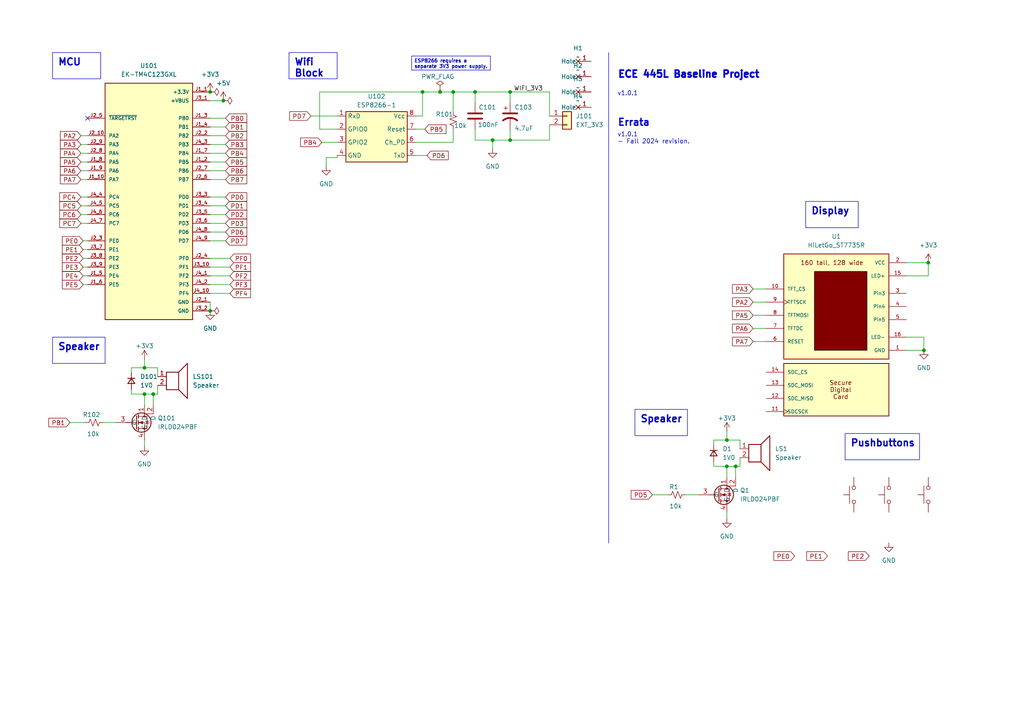
<source format=kicad_sch>
(kicad_sch (version 20231120) (generator "eeschema") (generator_version "8.0")
  (paper "A4")
  (title_block (title "ECE 445L Baseline Project") (date "2024-08-07") (rev "v1.0.1") (company "The University of Texas at Austin"))
  (lib_symbols
    (symbol "Connector_Generic:Conn_01x02" (pin_names (offset 1.016) hide)
      (property "Reference" "J" (at 0 2.54 0))
      (property "Value" "Conn_01x02" (at 0 -5.08 0))
      (symbol "Conn_01x02_1_1"
        (rectangle (start -1.27 -2.413) (end 0 -2.667) (stroke (width 0.1524)))
        (rectangle (start -1.27 0.127) (end 0 -0.127) (stroke (width 0.1524)))
        (rectangle (start -1.27 1.27) (end 1.27 -3.81) (stroke (width 0.254)) (fill (type background)))
        (pin passive line (at -5.08 0 0) (length 3.81) (name "Pin_1") (number "1"))
        (pin passive line (at -5.08 -2.54 0) (length 3.81) (name "Pin_2") (number "2"))
      )
    )
    (symbol "Device:D_Small" (pin_numbers hide) (pin_names (offset 0.254) hide)
      (property "Reference" "D" (at -1.27 2.032 0))
      (property "Value" "D_Small" (at -3.81 -2.032 0))
      (symbol "D_Small_0_1"
        (polyline (pts (xy -0.762 -1.016) (xy -0.762 1.016)) (stroke (width 0.254)))
        (polyline (pts (xy -0.762 0) (xy 0.762 0)))
        (polyline (pts (xy 0.762 -1.016) (xy -0.762 0) (xy 0.762 1.016) (xy 0.762 -1.016)) (stroke (width 0.254)))
      )
      (symbol "D_Small_1_1"
        (pin passive line (at -2.54 0 0) (length 1.778) (name "K") (number "1"))
        (pin passive line (at 2.54 0 180) (length 1.778) (name "A") (number "2"))
      )
    )
    (symbol "Device:Speaker" (pin_names (offset 0) hide)
      (property "Reference" "LS" (at 1.27 5.715 0))
      (property "Value" "Speaker" (at 1.27 3.81 0))
      (symbol "Speaker_0_0"
        (rectangle (start -2.54 1.27) (end 1.016 -3.81) (stroke (width 0.254)))
        (polyline (pts (xy 1.016 1.27) (xy 3.556 3.81) (xy 3.556 -6.35) (xy 1.016 -3.81)) (stroke (width 0.254)))
      )
      (symbol "Speaker_1_1"
        (pin input line (at -5.08 0 0) (length 2.54) (name "1") (number "1"))
        (pin input line (at -5.08 -2.54 0) (length 2.54) (name "2") (number "2"))
      )
    )
    (symbol "ECE445L:C" (pin_numbers hide) (pin_names (offset 0.254))
      (property "Reference" "C" (at 0.635 2.54 0))
      (property "Value" "C" (at 0.635 -2.54 0))
      (symbol "C_0_1"
        (polyline (pts (xy -2.032 -0.762) (xy 2.032 -0.762)) (stroke (width 0.508)))
        (polyline (pts (xy -2.032 0.762) (xy 2.032 0.762)) (stroke (width 0.508)))
      )
      (symbol "C_1_1"
        (pin passive line (at 0 3.81 270) (length 2.794) (name "~") (number "1"))
        (pin passive line (at 0 -3.81 90) (length 2.794) (name "~") (number "2"))
      )
    )
    (symbol "ECE445L:C_Polarized" (pin_numbers hide) (pin_names (offset 0.254) hide)
      (property "Reference" "C" (at 0.635 2.54 0))
      (property "Value" "C_Polarized" (at 0.635 -2.54 0))
      (symbol "C_Polarized_0_1"
        (polyline (pts (xy -2.032 0.762) (xy 2.032 0.762)) (stroke (width 0.508)))
        (polyline (pts (xy -1.778 2.286) (xy -0.762 2.286)))
        (polyline (pts (xy -1.27 1.778) (xy -1.27 2.794)))
        (arc (start 2.032 -1.27) (mid 0 -0.5572) (end -2.032 -1.27) (stroke (width 0.508)))
      )
      (symbol "C_Polarized_1_1"
        (pin passive line (at 0 3.81 270) (length 2.794) (name "~") (number "1"))
        (pin passive line (at 0 -3.81 90) (length 3.302) (name "~") (number "2"))
      )
    )
    (symbol "ECE445L:EK-TM4C123GXL" (pin_names (offset 1.016))
      (property "Reference" "U?" (at -12.7367 34.3099 0))
      (property "Value" "EK-TM4C123GXL" (at -12.7129 -38.1075 0))
      (symbol "EK-TM4C123GXL_0_0"
        (rectangle (start -12.7 -35.56) (end 12.7 33.02) (stroke (width 0.254)) (fill (type background)))
        (pin power_in line (at 17.78 30.48 180) (length 5.08) (name "+3.3V") (number "J1_1"))
        (pin bidirectional line (at -17.78 5.08 0) (length 5.08) (name "PA7") (number "J1_10"))
        (pin bidirectional line (at 17.78 22.86 180) (length 5.08) (name "PB0") (number "J1_3"))
        (pin bidirectional line (at 17.78 20.32 180) (length 5.08) (name "PB1") (number "J1_4"))
        (pin bidirectional line (at -17.78 -22.86 0) (length 5.08) (name "PE4") (number "J1_5"))
        (pin bidirectional line (at -17.78 -25.4 0) (length 5.08) (name "PE5") (number "J1_6"))
        (pin bidirectional line (at 17.78 12.7 180) (length 5.08) (name "PB4") (number "J1_7"))
        (pin bidirectional line (at -17.78 10.16 0) (length 5.08) (name "PA5") (number "J1_8"))
        (pin bidirectional line (at -17.78 7.62 0) (length 5.08) (name "PA6") (number "J1_9"))
        (pin power_in line (at 17.78 -30.48 180) (length 5.08) (name "GND") (number "J2_1"))
        (pin bidirectional line (at -17.78 17.78 0) (length 5.08) (name "PA2") (number "J2_10"))
        (pin bidirectional line (at 17.78 17.78 180) (length 5.08) (name "PB2") (number "J2_2"))
        (pin bidirectional line (at -17.78 -12.7 0) (length 5.08) (name "PE0") (number "J2_3"))
        (pin bidirectional line (at 17.78 -17.78 180) (length 5.08) (name "PF0") (number "J2_4"))
        (pin input line (at -17.78 22.86 0) (length 5.08) (name "~{TARGETRST}") (number "J2_5"))
        (pin bidirectional line (at 17.78 5.08 180) (length 5.08) (name "PB7") (number "J2_6"))
        (pin bidirectional line (at 17.78 7.62 180) (length 5.08) (name "PB6") (number "J2_7"))
        (pin bidirectional line (at -17.78 12.7 0) (length 5.08) (name "PA4") (number "J2_8"))
        (pin bidirectional line (at -17.78 15.24 0) (length 5.08) (name "PA3") (number "J2_9"))
        (pin power_in line (at 17.78 27.94 180) (length 5.08) (name "+VBUS") (number "J3_1"))
        (pin bidirectional line (at 17.78 -20.32 180) (length 5.08) (name "PF1") (number "J3_10"))
        (pin power_in line (at 17.78 -33.02 180) (length 5.08) (name "GND") (number "J3_2"))
        (pin bidirectional line (at 17.78 0 180) (length 5.08) (name "PD0") (number "J3_3"))
        (pin bidirectional line (at 17.78 -2.54 180) (length 5.08) (name "PD1") (number "J3_4"))
        (pin bidirectional line (at 17.78 -5.08 180) (length 5.08) (name "PD2") (number "J3_5"))
        (pin bidirectional line (at 17.78 -7.62 180) (length 5.08) (name "PD3") (number "J3_6"))
        (pin bidirectional line (at -17.78 -15.24 0) (length 5.08) (name "PE1") (number "J3_7"))
        (pin bidirectional line (at -17.78 -17.78 0) (length 5.08) (name "PE2") (number "J3_8"))
        (pin bidirectional line (at -17.78 -20.32 0) (length 5.08) (name "PE3") (number "J3_9"))
        (pin bidirectional line (at 17.78 -22.86 180) (length 5.08) (name "PF2") (number "J4_1"))
        (pin bidirectional line (at 17.78 -27.94 180) (length 5.08) (name "PF4") (number "J4_10"))
        (pin bidirectional line (at 17.78 -25.4 180) (length 5.08) (name "PF3") (number "J4_2"))
        (pin bidirectional line (at 17.78 15.24 180) (length 5.08) (name "PB3") (number "J4_3"))
        (pin bidirectional line (at -17.78 0 0) (length 5.08) (name "PC4") (number "J4_4"))
        (pin bidirectional line (at -17.78 -2.54 0) (length 5.08) (name "PC5") (number "J4_5"))
        (pin bidirectional line (at -17.78 -5.08 0) (length 5.08) (name "PC6") (number "J4_6"))
        (pin bidirectional line (at -17.78 -7.62 0) (length 5.08) (name "PC7") (number "J4_7"))
        (pin bidirectional line (at 17.78 -10.16 180) (length 5.08) (name "PD6") (number "J4_8"))
        (pin bidirectional line (at 17.78 -12.7 180) (length 5.08) (name "PD7") (number "J4_9"))
      )
      (symbol "EK-TM4C123GXL_1_0"
        (pin bidirectional line (at 17.78 10.16 180) (length 5.08) (name "PB5") (number "J1_2"))
      )
    )
    (symbol "ECE445L:ESP8266-1"
      (property "Reference" "U" (at 0 0 0))
      (property "Value" "ESP8266-1" (at 0 8.255 0))
      (symbol "ESP8266-1_1_1"
        (rectangle (start -8.255 6.985) (end 9.525 -7.62) (stroke (width 0.254)) (fill (type background)))
        (pin passive line (at -10.795 5.715 0) (length 2.54) (name "RxD") (number "1"))
        (pin passive line (at -10.795 1.905 0) (length 2.54) (name "GPIO0") (number "2"))
        (pin passive line (at -10.795 -1.905 0) (length 2.54) (name "GPIO2") (number "3"))
        (pin passive line (at -10.795 -5.715 0) (length 2.54) (name "GND") (number "4"))
        (pin passive line (at 12.065 -5.715 180) (length 2.54) (name "TxD") (number "5"))
        (pin passive line (at 12.065 -1.905 180) (length 2.54) (name "Ch_PD") (number "6"))
        (pin passive line (at 12.065 1.905 180) (length 2.54) (name "Reset") (number "7"))
        (pin passive line (at 12.065 5.715 180) (length 2.54) (name "Vcc") (number "8"))
      )
    )
    (symbol "ECE445L:HiLetGo_ST7735R" (pin_names (offset 1.016))
      (property "Reference" "U?" (at -15.24 16.002 0))
      (property "Value" "HiLetGo_ST7735R" (at -11.43 -34.29 0))
      (symbol "HiLetGo_ST7735R_0_0"
        (rectangle (start -15.24 -16.51) (end 15.24 -31.75) (stroke (width 0.254)) (fill (type background)))
        (rectangle (start -15.24 15.24) (end 15.24 -15.24) (stroke (width 0.254)) (fill (type background)))
      )
      (symbol "HiLetGo_ST7735R_1_0"
        (pin power_in line (at 20.32 -12.7 180) (length 5.08) (name "GND") (number "1"))
        (pin input line (at -20.32 5.08 0) (length 5.08) (name "TFT_CS") (number "10"))
        (pin input clock (at -20.32 -30.48 0) (length 5.08) (name "SDCSCK") (number "11"))
        (pin output line (at -20.32 -26.67 0) (length 5.08) (name "SDC_MISO") (number "12"))
        (pin input line (at -20.32 -22.86 0) (length 5.08) (name "SDC_MOSI") (number "13"))
        (pin input line (at -20.32 -19.05 0) (length 5.08) (name "SDC_CS") (number "14"))
        (pin power_in line (at 20.32 8.89 180) (length 5.08) (name "LED+") (number "15"))
        (pin power_in line (at 20.32 -8.89 180) (length 5.08) (name "LED-") (number "16"))
        (pin power_in line (at 20.32 12.7 180) (length 5.08) (name "VCC") (number "2"))
        (pin free line (at 20.32 3.81 180) (length 5.08) (name "Pin3") (number "3"))
        (pin free line (at 20.32 0 180) (length 5.08) (name "Pin4") (number "4"))
        (pin free line (at 20.32 -3.81 180) (length 5.08) (name "Pin5") (number "5"))
        (pin input line (at -20.32 -10.16 0) (length 5.08) (name "RESET") (number "6"))
        (pin input line (at -20.32 -6.35 0) (length 5.08) (name "TFTDC") (number "7"))
        (pin input line (at -20.32 -2.54 0) (length 5.08) (name "TFTMOSI") (number "8"))
        (pin input clock (at -20.32 1.27 0) (length 5.08) (name "TFTSCK") (number "9"))
      )
      (symbol "HiLetGo_ST7735R_1_1"
        (rectangle (start -6.35 10.16) (end 8.89 -12.7) (stroke (width 0) (color 0 0 0 1)) (fill (type color) (color 132 0 0 1)))
        (text "160 tall, 128 wide" (at -1.27 12.7 0) (effects (font (size 1.27 1.27))))
        (text "Secure\nDigital\nCard" (at 1.27 -24.13 0) (effects (font (size 1.27 1.27))))
      )
    )
    (symbol "ECE445L:IRLD024PBF"
      (property "Reference" "Q" (at 6.35 5.715 0))
      (property "Value" "IRLD024PBF" (at 16.51 -1.905 0))
      (symbol "IRLD024PBF_0_1"
        (polyline (pts (xy 11.43 0.635) (xy 8.636 0.635)))
        (polyline (pts (xy 11.684 2.54) (xy 11.684 -1.27)) (stroke (width 0.254)))
        (polyline (pts (xy 12.192 -0.635) (xy 12.192 -1.651)) (stroke (width 0.254)))
        (polyline (pts (xy 12.192 1.143) (xy 12.192 0.127)) (stroke (width 0.254)))
        (polyline (pts (xy 12.192 2.921) (xy 12.192 1.905)) (stroke (width 0.254)))
        (polyline (pts (xy 13.97 3.175) (xy 13.97 2.413)))
        (polyline (pts (xy 16.51 3.175) (xy 13.97 3.175)))
        (polyline (pts (xy 13.97 -1.905) (xy 13.97 0.635) (xy 12.192 0.635)))
        (polyline (pts (xy 12.192 -1.143) (xy 14.732 -1.143) (xy 14.732 2.413) (xy 12.192 2.413)))
        (polyline (pts (xy 12.446 0.635) (xy 13.462 1.016) (xy 13.462 0.254) (xy 12.446 0.635)) (fill (type outline)))
        (polyline (pts (xy 14.224 1.143) (xy 14.351 1.016) (xy 15.113 1.016) (xy 15.24 0.889)))
        (polyline (pts (xy 14.732 1.016) (xy 14.351 0.381) (xy 15.113 0.381) (xy 14.732 1.016)))
        (circle (center 13.081 0.635) (radius 2.794) (stroke (width 0.254)))
        (circle (center 13.97 -1.143) (radius 0.254) (fill (type outline)))
        (circle (center 13.97 2.413) (radius 0.254) (fill (type outline)))
      )
      (symbol "IRLD024PBF_1_1"
        (pin passive line (at 13.97 5.715 270) (length 2.54) (name "D") (number "1"))
        (pin passive line (at 16.51 5.715 270) (length 2.54) (name "D") (number "2"))
        (pin input line (at 5.715 0.635 0) (length 4) (name "G") (number "3"))
        (pin passive line (at 13.97 -4.445 90) (length 2.54) (name "S") (number "4"))
      )
    )
    (symbol "ECE445L:MountingHole"
      (property "Reference" "H" (at 0 0 0))
      (symbol "MountingHole_1_1"
        (pin power_in non_logic (at 0 0 180) (length 3.81) (name "Hole") (number "1"))
      )
    )
    (symbol "ECE445L:R_0.125W" (pin_numbers hide) (pin_names (offset 0.254) hide)
      (property "Reference" "R" (at 0.762 0.508 0))
      (property "Value" "R_0.125W" (at 0.762 -1.016 0))
      (symbol "R_0.125W_1_1"
        (polyline (pts (xy 0 0) (xy 1.016 -0.381) (xy 0 -0.762) (xy -1.016 -1.143) (xy 0 -1.524)))
        (polyline (pts (xy 0 1.524) (xy 1.016 1.143) (xy 0 0.762) (xy -1.016 0.381) (xy 0 0)))
        (pin passive line (at 0 2.54 270) (length 1.016) (name "~") (number "1"))
        (pin passive line (at 0 -2.54 90) (length 1.016) (name "~") (number "2"))
      )
    )
    (symbol "Switch:SW_Push" (pin_numbers hide) (pin_names (offset 1.016) hide)
      (property "Reference" "SW" (at 1.27 2.54 0))
      (property "Value" "SW_Push" (at 0 -1.524 0))
      (symbol "SW_Push_0_1"
        (circle (center -2.032 0) (radius 0.508))
        (polyline (pts (xy 0 1.27) (xy 0 3.048)))
        (polyline (pts (xy 2.54 1.27) (xy -2.54 1.27)))
        (circle (center 2.032 0) (radius 0.508))
        (pin passive line (at -5.08 0 0) (length 2.54) (name "1") (number "1"))
        (pin passive line (at 5.08 0 180) (length 2.54) (name "2") (number "2"))
      )
    )
    (symbol "power:+3V3" (power) (pin_numbers hide) (pin_names (offset 0) hide)
      (property "Value" "+3V3" (at 0 3.556 0))
      (symbol "+3V3_0_1"
        (polyline (pts (xy -0.762 1.27) (xy 0 2.54)))
        (polyline (pts (xy 0 0) (xy 0 2.54)))
        (polyline (pts (xy 0 2.54) (xy 0.762 1.27)))
      )
      (symbol "+3V3_1_1"
        (pin power_in line (at 0 0 90) (length 0) (name "~") (number "1"))
      )
    )
    (symbol "power:+5V" (power) (pin_numbers hide) (pin_names (offset 0) hide)
      (property "Value" "+5V" (at 0 3.556 0))
      (symbol "+5V_0_1"
        (polyline (pts (xy -0.762 1.27) (xy 0 2.54)))
        (polyline (pts (xy 0 0) (xy 0 2.54)))
        (polyline (pts (xy 0 2.54) (xy 0.762 1.27)))
      )
      (symbol "+5V_1_1"
        (pin power_in line (at 0 0 90) (length 0) (name "~") (number "1"))
      )
    )
    (symbol "power:GND" (power) (pin_numbers hide) (pin_names (offset 0) hide)
      (property "Value" "GND" (at 0 -3.81 0))
      (symbol "GND_0_1"
        (polyline (pts (xy 0 0) (xy 0 -1.27) (xy 1.27 -1.27) (xy 0 -2.54) (xy -1.27 -1.27) (xy 0 -1.27)))
      )
      (symbol "GND_1_1"
        (pin power_in line (at 0 0 270) (length 0) (name "~") (number "1"))
      )
    )
    (symbol "power:PWR_FLAG" (power) (pin_numbers hide) (pin_names (offset 0) hide)
      (property "Value" "PWR_FLAG" (at 0 3.81 0))
      (symbol "PWR_FLAG_0_0"
        (pin power_out line (at 0 0 90) (length 0) (name "~") (number "1"))
      )
      (symbol "PWR_FLAG_0_1"
        (polyline (pts (xy 0 0) (xy 0 1.27) (xy -1.016 1.905) (xy 0 2.54) (xy 1.016 1.905) (xy 0 1.27)))
      )
    )
  )
  (junction (at 60.96 26.67))
  (junction (at 127.635 26.67))
  (junction (at 213.36 135.255))
  (junction (at 210.82 127.635))
  (junction (at 147.955 26.67))
  (junction (at 41.91 106.68))
  (junction (at 44.45 114.3))
  (junction (at 210.82 135.255))
  (junction (at 267.97 101.6))
  (junction (at 122.555 26.67))
  (junction (at 137.795 26.67))
  (junction (at 147.955 40.64))
  (junction (at 60.96 90.17))
  (junction (at 269.24 76.2))
  (junction (at 41.91 114.3))
  (junction (at 142.875 40.64))
  (junction (at 131.445 26.67))
  (junction (at 64.77 29.21))
  (no_connect (at 25.4 34.29))
  (wire (pts (xy 60.96 41.91) (xy 65.405 41.91)))
  (wire (pts (xy 93.345 41.275) (xy 97.79 41.275)))
  (wire (pts (xy 60.96 52.07) (xy 65.405 52.07)))
  (wire (pts (xy 262.89 101.6) (xy 267.97 101.6)))
  (wire (pts (xy 60.96 36.83) (xy 65.405 36.83)))
  (wire (pts (xy 20.32 122.555) (xy 24.765 122.555)))
  (wire (pts (xy 38.1 106.68) (xy 41.91 106.68)))
  (wire (pts (xy 94.615 45.72) (xy 94.615 48.26)))
  (wire (pts (xy 60.96 69.85) (xy 65.405 69.85)))
  (wire (pts (xy 131.445 41.275) (xy 131.445 37.465)))
  (wire (pts (xy 262.89 76.2) (xy 269.24 76.2)))
  (wire (pts (xy 23.495 64.77) (xy 25.4 64.77)))
  (wire (pts (xy 147.955 40.64) (xy 159.385 40.64)))
  (wire (pts (xy 120.65 45.085) (xy 123.825 45.085)))
  (wire (pts (xy 60.96 77.47) (xy 66.675 77.47)))
  (wire (pts (xy 45.72 111.76) (xy 45.72 114.3)))
  (wire (pts (xy 92.71 26.67) (xy 92.71 37.465)))
  (wire (pts (xy 24.13 77.47) (xy 25.4 77.47)))
  (wire (pts (xy 218.44 87.63) (xy 222.25 87.63)))
  (wire (pts (xy 23.495 62.23) (xy 25.4 62.23)))
  (wire (pts (xy 97.79 45.72) (xy 94.615 45.72)))
  (wire (pts (xy 23.495 41.91) (xy 25.4 41.91)))
  (wire (pts (xy 142.875 40.64) (xy 137.795 40.64)))
  (wire (pts (xy 41.91 104.14) (xy 41.91 106.68)))
  (wire (pts (xy 29.845 122.555) (xy 33.655 122.555)))
  (wire (pts (xy 60.96 39.37) (xy 65.405 39.37)))
  (wire (pts (xy 218.44 83.82) (xy 222.25 83.82)))
  (wire (pts (xy 60.96 87.63) (xy 60.96 90.17)))
  (wire (pts (xy 269.24 76.2) (xy 269.24 80.01)))
  (wire (pts (xy 41.91 114.3) (xy 44.45 114.3)))
  (wire (pts (xy 131.445 26.67) (xy 127.635 26.67)))
  (wire (pts (xy 24.13 72.39) (xy 25.4 72.39)))
  (wire (pts (xy 210.82 125.095) (xy 210.82 127.635)))
  (wire (pts (xy 38.1 106.68) (xy 38.1 107.95)))
  (wire (pts (xy 60.96 85.09) (xy 66.675 85.09)))
  (wire (pts (xy 24.13 69.85) (xy 25.4 69.85)))
  (wire (pts (xy 38.1 114.3) (xy 41.91 114.3)))
  (wire (pts (xy 127.635 26.035) (xy 127.635 26.67)))
  (wire (pts (xy 23.495 49.53) (xy 25.4 49.53)))
  (wire (pts (xy 207.01 127.635) (xy 210.82 127.635)))
  (wire (pts (xy 210.82 135.255) (xy 210.82 138.43)))
  (wire (pts (xy 60.96 80.01) (xy 66.675 80.01)))
  (wire (pts (xy 218.44 99.06) (xy 222.25 99.06)))
  (wire (pts (xy 120.65 33.655) (xy 122.555 33.655)))
  (wire (pts (xy 60.96 34.29) (xy 65.405 34.29)))
  (wire (pts (xy 24.13 80.01) (xy 25.4 80.01)))
  (wire (pts (xy 213.36 135.255) (xy 213.36 138.43)))
  (wire (pts (xy 97.79 45.085) (xy 97.79 45.72)))
  (wire (pts (xy 23.495 39.37) (xy 25.4 39.37)))
  (wire (pts (xy 210.82 148.59) (xy 210.82 150.495)))
  (wire (pts (xy 267.97 97.79) (xy 267.97 101.6)))
  (wire (pts (xy 120.65 37.465) (xy 123.19 37.465)))
  (wire (pts (xy 23.495 44.45) (xy 25.4 44.45)))
  (wire (pts (xy 213.36 135.255) (xy 214.63 135.255)))
  (wire (pts (xy 90.17 33.655) (xy 97.79 33.655)))
  (wire (pts (xy 60.96 29.21) (xy 64.77 29.21)))
  (wire (pts (xy 142.875 40.64) (xy 147.955 40.64)))
  (wire (pts (xy 137.795 26.67) (xy 131.445 26.67)))
  (polyline (pts (xy 176.53 15.24) (xy 176.53 157.48)))
  (wire (pts (xy 24.13 82.55) (xy 25.4 82.55)))
  (wire (pts (xy 23.495 52.07) (xy 25.4 52.07)))
  (wire (pts (xy 207.01 127.635) (xy 207.01 128.905)))
  (wire (pts (xy 147.955 26.67) (xy 137.795 26.67)))
  (wire (pts (xy 44.45 114.3) (xy 45.72 114.3)))
  (wire (pts (xy 23.495 46.99) (xy 25.4 46.99)))
  (wire (pts (xy 127.635 26.67) (xy 122.555 26.67)))
  (wire (pts (xy 137.795 40.64) (xy 137.795 37.465)))
  (wire (pts (xy 218.44 95.25) (xy 222.25 95.25)))
  (wire (pts (xy 159.385 36.195) (xy 159.385 40.64)))
  (wire (pts (xy 198.755 143.51) (xy 202.565 143.51)))
  (wire (pts (xy 97.79 37.465) (xy 92.71 37.465)))
  (wire (pts (xy 60.96 64.77) (xy 65.405 64.77)))
  (wire (pts (xy 214.63 127.635) (xy 214.63 130.175)))
  (wire (pts (xy 137.795 26.67) (xy 137.795 29.845)))
  (wire (pts (xy 207.01 135.255) (xy 210.82 135.255)))
  (wire (pts (xy 120.65 41.275) (xy 131.445 41.275)))
  (wire (pts (xy 207.01 135.255) (xy 207.01 133.985)))
  (wire (pts (xy 41.91 114.3) (xy 41.91 117.475)))
  (wire (pts (xy 142.875 43.18) (xy 142.875 40.64)))
  (wire (pts (xy 122.555 33.655) (xy 122.555 26.67)))
  (wire (pts (xy 210.82 135.255) (xy 213.36 135.255)))
  (wire (pts (xy 262.89 80.01) (xy 269.24 80.01)))
  (wire (pts (xy 218.44 91.44) (xy 222.25 91.44)))
  (wire (pts (xy 60.96 82.55) (xy 66.675 82.55)))
  (wire (pts (xy 60.96 74.93) (xy 66.675 74.93)))
  (wire (pts (xy 214.63 132.715) (xy 214.63 135.255)))
  (wire (pts (xy 131.445 26.67) (xy 131.445 32.385)))
  (wire (pts (xy 44.45 114.3) (xy 44.45 117.475)))
  (wire (pts (xy 60.96 44.45) (xy 65.405 44.45)))
  (wire (pts (xy 60.96 67.31) (xy 65.405 67.31)))
  (wire (pts (xy 60.96 57.15) (xy 65.405 57.15)))
  (wire (pts (xy 262.89 97.79) (xy 267.97 97.79)))
  (wire (pts (xy 23.495 57.15) (xy 25.4 57.15)))
  (wire (pts (xy 210.82 127.635) (xy 214.63 127.635)))
  (wire (pts (xy 45.72 106.68) (xy 45.72 109.22)))
  (wire (pts (xy 41.91 127.635) (xy 41.91 129.54)))
  (wire (pts (xy 147.955 40.64) (xy 147.955 37.465)))
  (wire (pts (xy 189.23 143.51) (xy 193.675 143.51)))
  (wire (pts (xy 60.96 59.69) (xy 65.405 59.69)))
  (wire (pts (xy 147.955 26.67) (xy 147.955 29.845)))
  (wire (pts (xy 122.555 26.67) (xy 92.71 26.67)))
  (wire (pts (xy 23.495 59.69) (xy 25.4 59.69)))
  (wire (pts (xy 60.96 46.99) (xy 65.405 46.99)))
  (wire (pts (xy 159.385 26.67) (xy 159.385 33.655)))
  (wire (pts (xy 60.96 62.23) (xy 65.405 62.23)))
  (wire (pts (xy 41.91 106.68) (xy 45.72 106.68)))
  (wire (pts (xy 60.96 49.53) (xy 65.405 49.53)))
  (wire (pts (xy 24.13 74.93) (xy 25.4 74.93)))
  (wire (pts (xy 159.385 26.67) (xy 147.955 26.67)))
  (wire (pts (xy 38.1 114.3) (xy 38.1 113.03)))
  (text_box "MCU" (at 15.24 15.24 0) (size 13.97 7.62) (effects (font (size 2 2) (thickness 0.4) (bold yes)) (justify left top)))
  (text_box "Speaker" (at 184.15 118.745 0) (size 15.24 7.62) (effects (font (size 2 2) (thickness 0.4) (bold yes)) (justify left top)))
  (text_box "ESP8266 requires a separate 3V3 power supply." (at 119.38 16.256 0) (size 22.86 4.064) (effects (font (size 1 1) (bold yes)) (justify left top)))
  (text_box "Speaker" (at 15.24 97.79 0) (size 15.24 7.62) (effects (font (size 2 2) (thickness 0.4) (bold yes)) (justify left top)))
  (text_box "Pushbuttons" (at 245.11 125.73 0) (size 21.59 7.62) (effects (font (size 2 2) (thickness 0.4) (bold yes)) (justify left top)))
  (text_box "Wifi Block" (at 83.82 15.24 0) (size 13.97 7.62) (effects (font (size 2 2) (thickness 0.4) (bold yes)) (justify left top)))
  (text_box "Display\n" (at 233.68 58.42 0) (size 15.24 7.62) (effects (font (size 2 2) (thickness 0.4) (bold yes)) (justify left top)))
  (text "v1.0.1\n- Fall 2024 revision." (at 179.07 41.91 0) (effects (font (size 1.27 1.27)) (justify left bottom)))
  (text "ECE 445L Baseline Project" (at 179.07 22.86 0) (effects (font (size 2 2) (thickness 0.6) (bold yes)) (justify left bottom)))
  (text "v1.0.1" (at 179.07 27.94 0) (effects (font (size 1.27 1.27)) (justify left bottom)))
  (text "Errata" (at 179.07 36.83 0) (effects (font (size 2 2) (thickness 0.4) (bold yes)) (justify left bottom)))
  (label "WIFI_3V3" (at 157.48 26.67 180))
  (global_label "PC5" (shape input) (at 23.495 59.69 180) (property "Intersheetrefs" "${INTERSHEET_REFS}" (effects (hide yes))))
  (global_label "PB6" (shape input) (at 65.405 49.53 0) (property "Intersheetrefs" "${INTERSHEET_REFS}" (effects (hide yes))))
  (global_label "PA3" (shape input) (at 218.44 83.82 180) (property "Intersheetrefs" "${INTERSHEET_REFS}" (effects (hide yes))))
  (global_label "PB2" (shape input) (at 65.405 39.37 0) (property "Intersheetrefs" "${INTERSHEET_REFS}" (effects (hide yes))))
  (global_label "PA7" (shape input) (at 23.495 52.07 180) (property "Intersheetrefs" "${INTERSHEET_REFS}" (effects (hide yes))))
  (global_label "PA4" (shape input) (at 23.495 44.45 180) (property "Intersheetrefs" "${INTERSHEET_REFS}" (effects (hide yes))))
  (global_label "PA2" (shape input) (at 218.44 87.63 180) (property "Intersheetrefs" "${INTERSHEET_REFS}" (effects (hide yes))))
  (global_label "PB5" (shape input) (at 65.405 46.99 0) (property "Intersheetrefs" "${INTERSHEET_REFS}" (effects (hide yes))))
  (global_label "PB3" (shape input) (at 65.405 41.91 0) (property "Intersheetrefs" "${INTERSHEET_REFS}" (effects (hide yes))))
  (global_label "PD7" (shape input) (at 65.405 69.85 0) (property "Intersheetrefs" "${INTERSHEET_REFS}" (effects (hide yes))))
  (global_label "PE0" (shape input) (at 24.13 69.85 180) (property "Intersheetrefs" "${INTERSHEET_REFS}" (effects (hide yes))))
  (global_label "PD1" (shape input) (at 65.405 59.69 0) (property "Intersheetrefs" "${INTERSHEET_REFS}" (effects (hide yes))))
  (global_label "PA6" (shape input) (at 218.44 95.25 180) (property "Intersheetrefs" "${INTERSHEET_REFS}" (effects (hide yes))))
  (global_label "PF4" (shape input) (at 66.675 85.09 0) (property "Intersheetrefs" "${INTERSHEET_REFS}" (effects (hide yes))))
  (global_label "PE3" (shape input) (at 24.13 77.47 180) (property "Intersheetrefs" "${INTERSHEET_REFS}" (effects (hide yes))))
  (global_label "PC7" (shape input) (at 23.495 64.77 180) (property "Intersheetrefs" "${INTERSHEET_REFS}" (effects (hide yes))))
  (global_label "PD7" (shape input) (at 90.17 33.655 180) (property "Intersheetrefs" "${INTERSHEET_REFS}" (effects (hide yes))))
  (global_label "PB4" (shape input) (at 93.345 41.275 180) (property "Intersheetrefs" "${INTERSHEET_REFS}" (effects (hide yes))))
  (global_label "PE1" (shape input) (at 240.03 161.29 180) (property "Intersheetrefs" "${INTERSHEET_REFS}" (effects (hide yes))))
  (global_label "PE2" (shape input) (at 24.13 74.93 180) (property "Intersheetrefs" "${INTERSHEET_REFS}" (effects (hide yes))))
  (global_label "PA3" (shape input) (at 23.495 41.91 180) (property "Intersheetrefs" "${INTERSHEET_REFS}" (effects (hide yes))))
  (global_label "PE4" (shape input) (at 24.13 80.01 180) (property "Intersheetrefs" "${INTERSHEET_REFS}" (effects (hide yes))))
  (global_label "PC4" (shape input) (at 23.495 57.15 180) (property "Intersheetrefs" "${INTERSHEET_REFS}" (effects (hide yes))))
  (global_label "PB0" (shape input) (at 65.405 34.29 0) (property "Intersheetrefs" "${INTERSHEET_REFS}" (effects (hide yes))))
  (global_label "PE1" (shape input) (at 24.13 72.39 180) (property "Intersheetrefs" "${INTERSHEET_REFS}" (effects (hide yes))))
  (global_label "PF3" (shape input) (at 66.675 82.55 0) (property "Intersheetrefs" "${INTERSHEET_REFS}" (effects (hide yes))))
  (global_label "PA5" (shape input) (at 218.44 91.44 180) (property "Intersheetrefs" "${INTERSHEET_REFS}" (effects (hide yes))))
  (global_label "PE0" (shape input) (at 230.505 161.29 180) (property "Intersheetrefs" "${INTERSHEET_REFS}" (effects (hide yes))))
  (global_label "PD3" (shape input) (at 65.405 64.77 0) (property "Intersheetrefs" "${INTERSHEET_REFS}" (effects (hide yes))))
  (global_label "PE2" (shape input) (at 252.095 161.29 180) (property "Intersheetrefs" "${INTERSHEET_REFS}" (effects (hide yes))))
  (global_label "PD0" (shape input) (at 65.405 57.15 0) (property "Intersheetrefs" "${INTERSHEET_REFS}" (effects (hide yes))))
  (global_label "PB7" (shape input) (at 65.405 52.07 0) (property "Intersheetrefs" "${INTERSHEET_REFS}" (effects (hide yes))))
  (global_label "PD6" (shape input) (at 123.825 45.085 0) (property "Intersheetrefs" "${INTERSHEET_REFS}" (effects (hide yes))))
  (global_label "PA2" (shape input) (at 23.495 39.37 180) (property "Intersheetrefs" "${INTERSHEET_REFS}" (effects (hide yes))))
  (global_label "PA7" (shape input) (at 218.44 99.06 180) (property "Intersheetrefs" "${INTERSHEET_REFS}" (effects (hide yes))))
  (global_label "PB1" (shape input) (at 20.32 122.555 180) (property "Intersheetrefs" "${INTERSHEET_REFS}" (effects (hide yes))))
  (global_label "PF0" (shape input) (at 66.675 74.93 0) (property "Intersheetrefs" "${INTERSHEET_REFS}" (effects (hide yes))))
  (global_label "PC6" (shape input) (at 23.495 62.23 180) (property "Intersheetrefs" "${INTERSHEET_REFS}" (effects (hide yes))))
  (global_label "PE5" (shape input) (at 24.13 82.55 180) (property "Intersheetrefs" "${INTERSHEET_REFS}" (effects (hide yes))))
  (global_label "PB5" (shape input) (at 123.19 37.465 0) (property "Intersheetrefs" "${INTERSHEET_REFS}" (effects (hide yes))))
  (global_label "PD6" (shape input) (at 65.405 67.31 0) (property "Intersheetrefs" "${INTERSHEET_REFS}" (effects (hide yes))))
  (global_label "PF1" (shape input) (at 66.675 77.47 0) (property "Intersheetrefs" "${INTERSHEET_REFS}" (effects (hide yes))))
  (global_label "PB1" (shape input) (at 65.405 36.83 0) (property "Intersheetrefs" "${INTERSHEET_REFS}" (effects (hide yes))))
  (global_label "PA6" (shape input) (at 23.495 49.53 180) (property "Intersheetrefs" "${INTERSHEET_REFS}" (effects (hide yes))))
  (global_label "PD5" (shape input) (at 189.23 143.51 180) (property "Intersheetrefs" "${INTERSHEET_REFS}" (effects (hide yes))))
  (global_label "PD2" (shape input) (at 65.405 62.23 0) (property "Intersheetrefs" "${INTERSHEET_REFS}" (effects (hide yes))))
  (global_label "PF2" (shape input) (at 66.675 80.01 0) (property "Intersheetrefs" "${INTERSHEET_REFS}" (effects (hide yes))))
  (global_label "PB4" (shape input) (at 65.405 44.45 0) (property "Intersheetrefs" "${INTERSHEET_REFS}" (effects (hide yes))))
  (global_label "PA5" (shape input) (at 23.495 46.99 180) (property "Intersheetrefs" "${INTERSHEET_REFS}" (effects (hide yes))))
  (symbol (lib_id "power:PWR_FLAG") (at 60.96 90.17 270) (unit 1)
    (property "Reference" "#FLG0102" (effects (hide yes)))
    (property "Value" "PWR_FLAG" (effects (hide yes)))
    (property "Description" "Special symbol for telling ERC where power comes from" (effects (hide yes)))
  )
  (symbol (lib_id "Device:D_Small") (at 38.1 110.49 270) (unit 1)
    (property "Reference" "D101" (at 40.64 109.22 90) (effects (justify left)))
    (property "Value" "1V0" (at 40.64 111.76 90) (effects (justify left)))
    (property "Footprint" "Diode_THT:D_5W_P12.70mm_Horizontal" (effects (hide yes)))
    (property "Description" "Diode, small symbol" (effects (hide yes)))
    (property "Cost" "0.10 " (effects (hide yes)))
    (property "Distributor" "Mouser" (effects (hide yes)))
    (property "Manufacturer" "onsemi" (effects (hide yes)))
    (property "P/N" "1N914 " (effects (hide yes)))
    (property "Sim.Device" "D" (effects (hide yes)))
    (property "Sim.Pins" "1=K 2=A" (effects (hide yes)))
  )
  (symbol (lib_id "ECE445L:HiLetGo_ST7735R") (at 242.57 88.9 0) (unit 1)
    (property "Reference" "U1" (at 242.57 68.58 0))
    (property "Value" "HiLetGo_ST7735R" (at 242.57 71.12 0))
    (property "Footprint" "ECE445L:hiletgo_st7735r" (effects (hide yes)))
    (property "Datasheet" "https://users.ece.utexas.edu/~valvano/mspm0/1-8-tft-display.pdf" (effects (hide yes)))
    (property "Description" "http://hiletgo.com/ProductDetail/2157911.html" (effects (hide yes)))
    (property "Distributor" "Amazon" (effects (hide yes)))
    (property "Manufacturer" "HiLetGo" (effects (hide yes)))
    (property "P/N" "https://www.amazon.com/s?k=hiletgo+ST7735R" (effects (hide yes)))
    (property "Cost" "9.95" (effects (hide yes)))
  )
  (symbol (lib_id "ECE445L:EK-TM4C123GXL") (at 43.18 57.15 0) (unit 1)
    (property "Reference" "U101" (at 43.18 19.05 0))
    (property "Value" "EK-TM4C123GXL" (at 43.18 21.59 0))
    (property "Footprint" "ECE445L:ti_EKTM4C123GXL" (effects (hide yes)))
    (property "Datasheet" "https://www.ti.com/lit/ds/symlink/tm4c123gh6pm.pdf?ts=1693244962384&ref_url=https%253A%252F%252Fwww.google.com%252F" (effects (hide yes)))
    (property "Distributor" "Mouser" (effects (hide yes)))
    (property "Manufacturer" "Texas Instruments" (effects (hide yes)))
    (property "P/N" "EK-TM4C123GXL" (effects (hide yes)))
    (property "Cost" "22.60" (effects (hide yes)))
  )
  (symbol (lib_id "ECE445L:IRLD024PBF") (at 27.94 123.19 0) (unit 1)
    (property "Reference" "Q101" (at 45.72 121.2849 0) (effects (justify left)))
    (property "Value" "IRLD024PBF" (at 45.72 123.8249 0) (effects (justify left)))
    (property "Footprint" "ECE445L:DIP920W60P254L490H457Q4N" (effects (hide yes)))
    (property "Datasheet" "http://www.vishay.com/docs/91308/sihld24.pdf" (effects (hide yes)))
    (property "Description" "Vishay IRLD024PBF N-channel MOSFET Transistor, 2.5 A, 60 V, 4-Pin HVMDIP" (effects (hide yes)))
    (property "Cost" "1.67" (effects (hide yes)))
    (property "Distributor" "Mouser" (effects (hide yes)))
    (property "Manufacturer" "Vishay" (effects (hide yes)))
    (property "P/N" "IRLD024PBF" (effects (hide yes)))
    (property "Sim.Device" "NMOS" (effects (hide yes)))
    (property "Sim.Type" "VDMOS" (effects (hide yes)))
    (property "Sim.Pins" "1=D 2=G 3=S" (effects (hide yes)))
    (property "Height" "4.57" (effects (hide yes)))
    (property "Mouser Part Number" "844-IRLD024PBF" (effects (hide yes)))
    (property "Mouser Price/Stock" "https://www.mouser.co.uk/ProductDetail/Vishay-Siliconix/IRLD024PBF?qs=cvaI6ThkwxvrmVanJu5OcQ%3D%3D" (effects (hide yes)))
    (property "Manufacturer_Name" "Vishay" (effects (hide yes)))
    (property "Manufacturer_Part_Number" "IRLD024PBF" (effects (hide yes)))
  )
  (symbol (lib_id "power:PWR_FLAG") (at 64.77 29.21 270) (unit 1)
    (property "Reference" "#FLG0103" (effects (hide yes)))
    (property "Value" "PWR_FLAG" (effects (hide yes)))
    (property "Description" "Special symbol for telling ERC where power comes from" (effects (hide yes)))
  )
  (symbol (lib_id "Switch:SW_Push") (at 247.65 143.51 90) (unit 1)
    (property "Reference" "SW101" (effects (hide yes)))
    (property "Value" "UP" (effects (hide yes)))
    (property "Footprint" "Button_Switch_THT:SW_PUSH_6mm" (effects (hide yes)))
    (property "Description" "Push button switch, generic, two pins" (effects (hide yes)))
  )
  (symbol (lib_id "ECE445L:MountingHole") (at 171.45 22.225 0) (unit 1)
    (property "Reference" "H2" (at 167.64 19.05 0))
    (property "Value" "~" (at 167.64 20.32 0))
    (property "Footprint" "ECE445L:MountingHole_4_40" (effects (hide yes)))
    (property "Description" "Drill hole for 4-40 screw" (effects (hide yes)))
  )
  (symbol (lib_id "Connector_Generic:Conn_01x02") (at 164.465 33.655 0) (unit 1)
    (property "Reference" "J101" (at 167.005 33.655 0) (effects (justify left)))
    (property "Value" "EXT_3V3" (at 167.005 36.195 0) (effects (justify left)))
    (property "Footprint" "Connector_Samtec_HPM_THT:Samtec_HPM-02-01-x-S_Straight_1x02_Pitch5.08mm" (effects (hide yes)))
    (property "Description" "Generic connector, single row, 01x02, script generated (kicad-library-utils/schlib/autogen/connector/)" (effects (hide yes)))
  )
  (symbol (lib_id "ECE445L:C_Polarized") (at 147.955 33.655 0) (unit 1)
    (property "Reference" "C103" (at 149.225 31.115 0) (effects (justify left)))
    (property "Value" "4.7uF" (at 149.225 37.211 0) (effects (justify left)))
    (property "Footprint" "ECE445L:CP_Radial_Tantal200mil" (effects (hide yes)))
    (property "Description" "Polarized capacitor, US symbol" (effects (hide yes)))
  )
  (symbol (lib_id "power:GND") (at 94.615 48.26 0) (unit 1)
    (property "Reference" "#PWR03" (effects (hide yes)))
    (property "Value" "GND" (at 94.615 53.34 0))
    (property "Description" "Power symbol creates a global label with name \"GND\" , ground" (effects (hide yes)))
  )
  (symbol (lib_id "ECE445L:IRLD024PBF") (at 196.85 144.145 0) (unit 1)
    (property "Reference" "Q1" (at 214.63 142.2399 0) (effects (justify left)))
    (property "Value" "IRLD024PBF" (at 214.63 144.7799 0) (effects (justify left)))
    (property "Footprint" "ECE445L:DIP920W60P254L490H457Q4N" (effects (hide yes)))
    (property "Datasheet" "http://www.vishay.com/docs/91308/sihld24.pdf" (effects (hide yes)))
    (property "Description" "Vishay IRLD024PBF N-channel MOSFET Transistor, 2.5 A, 60 V, 4-Pin HVMDIP" (effects (hide yes)))
    (property "Cost" "1.67" (effects (hide yes)))
    (property "Distributor" "Mouser" (effects (hide yes)))
    (property "Manufacturer" "Vishay" (effects (hide yes)))
    (property "P/N" "IRLD024PBF" (effects (hide yes)))
    (property "Sim.Device" "NMOS" (effects (hide yes)))
    (property "Sim.Type" "VDMOS" (effects (hide yes)))
    (property "Sim.Pins" "1=D 2=G 3=S" (effects (hide yes)))
    (property "Height" "4.57" (effects (hide yes)))
    (property "Mouser Part Number" "844-IRLD024PBF" (effects (hide yes)))
    (property "Mouser Price/Stock" "https://www.mouser.co.uk/ProductDetail/Vishay-Siliconix/IRLD024PBF?qs=cvaI6ThkwxvrmVanJu5OcQ%3D%3D" (effects (hide yes)))
    (property "Manufacturer_Name" "Vishay" (effects (hide yes)))
    (property "Manufacturer_Part_Number" "IRLD024PBF" (effects (hide yes)))
  )
  (symbol (lib_id "power:+5V") (at 64.77 29.21 0) (unit 1)
    (property "Reference" "#PWR0105" (effects (hide yes)))
    (property "Value" "+5V" (at 64.77 24.13 0))
    (property "Description" "Power symbol creates a global label with name \"+5V\"" (effects (hide yes)))
  )
  (symbol (lib_id "power:GND") (at 257.81 157.48 0) (unit 1)
    (property "Reference" "#PWR0107" (effects (hide yes)))
    (property "Value" "GND" (at 257.81 162.56 0))
    (property "Description" "Power symbol creates a global label with name \"GND\" , ground" (effects (hide yes)))
  )
  (symbol (lib_id "power:+3V3") (at 210.82 125.095 0) (unit 1)
    (property "Reference" "#PWR04" (effects (hide yes)))
    (property "Value" "+3V3" (at 210.82 121.285 0))
    (property "Description" "Power symbol creates a global label with name \"+3V3\"" (effects (hide yes)))
  )
  (symbol (lib_id "ECE445L:C") (at 137.795 33.655 0) (unit 1)
    (property "Reference" "C101" (at 138.811 31.115 0) (effects (justify left)))
    (property "Value" "100nF" (at 138.557 36.195 0) (effects (justify left)))
    (property "Footprint" "ECE445L:C_Axial_200mil" (effects (hide yes)))
    (property "Description" "Unpolarized capacitor" (effects (hide yes)))
  )
  (symbol (lib_id "ECE445L:MountingHole") (at 171.45 26.67 0) (unit 1)
    (property "Reference" "H3" (at 167.64 22.86 0))
    (property "Value" "~" (at 167.64 25.4 0))
    (property "Footprint" "ECE445L:MountingHole_4_40" (effects (hide yes)))
    (property "Description" "Drill hole for 4-40 screw" (effects (hide yes)))
  )
  (symbol (lib_id "ECE445L:R_0.125W") (at 131.445 34.925 0) (unit 1)
    (property "Reference" "R101" (at 126.365 33.147 0) (effects (justify left)))
    (property "Value" "10k" (at 131.699 36.449 0) (effects (justify left)))
    (property "Footprint" "ECE445L:R_Axial_DIN0204_L3.6mm_D1.6mm_P7.62mm_Horizontal" (effects (hide yes)))
    (property "Datasheet" "https://users.ece.utexas.edu/~valvano/mspm0/CarbonFilmresistors.pdf" (effects (hide yes)))
    (property "Description" "Resistor, small US symbol" (effects (hide yes)))
  )
  (symbol (lib_id "Switch:SW_Push") (at 257.81 143.51 90) (unit 1)
    (property "Reference" "SW102" (effects (hide yes)))
    (property "Value" "DOWN" (effects (hide yes)))
    (property "Footprint" "Button_Switch_THT:SW_PUSH_6mm" (effects (hide yes)))
    (property "Description" "Push button switch, generic, two pins" (effects (hide yes)))
  )
  (symbol (lib_id "ECE445L:R_0.125W") (at 196.215 143.51 90) (unit 1)
    (property "Reference" "R1" (at 195.453 141.224 90))
    (property "Value" "10k" (at 195.961 146.812 90))
    (property "Footprint" "ECE445L:R_Axial_DIN0204_L3.6mm_D1.6mm_P7.62mm_Horizontal" (effects (hide yes)))
    (property "Datasheet" "https://users.ece.utexas.edu/~valvano/mspm0/CarbonFilmresistors.pdf" (effects (hide yes)))
    (property "Description" "Resistor, small US symbol" (effects (hide yes)))
  )
  (symbol (lib_id "power:GND") (at 142.875 43.18 0) (unit 1)
    (property "Reference" "#PWR0108" (effects (hide yes)))
    (property "Value" "GND" (at 142.875 48.26 0))
    (property "Description" "Power symbol creates a global label with name \"GND\" , ground" (effects (hide yes)))
  )
  (symbol (lib_id "power:+3V3") (at 269.24 76.2 0) (unit 1)
    (property "Reference" "#PWR01" (effects (hide yes)))
    (property "Value" "+3V3" (at 269.24 71.12 0))
    (property "Description" "Power symbol creates a global label with name \"+3V3\"" (effects (hide yes)))
  )
  (symbol (lib_id "Switch:SW_Push") (at 269.24 143.51 90) (unit 1)
    (property "Reference" "SW103" (effects (hide yes)))
    (property "Value" "LEFT" (effects (hide yes)))
    (property "Footprint" "Button_Switch_THT:SW_PUSH_6mm" (effects (hide yes)))
    (property "Description" "Push button switch, generic, two pins" (effects (hide yes)))
  )
  (symbol (lib_id "Device:D_Small") (at 207.01 131.445 270) (unit 1)
    (property "Reference" "D1" (at 209.55 130.175 90) (effects (justify left)))
    (property "Value" "1V0" (at 209.55 132.715 90) (effects (justify left)))
    (property "Footprint" "Diode_THT:D_5W_P12.70mm_Horizontal" (effects (hide yes)))
    (property "Description" "Diode, small symbol" (effects (hide yes)))
    (property "Cost" "0.10 " (effects (hide yes)))
    (property "Distributor" "Mouser" (effects (hide yes)))
    (property "Manufacturer" "onsemi" (effects (hide yes)))
    (property "P/N" "1N914 " (effects (hide yes)))
    (property "Sim.Device" "D" (effects (hide yes)))
    (property "Sim.Pins" "1=K 2=A" (effects (hide yes)))
  )
  (symbol (lib_id "power:+3V3") (at 60.96 26.67 0) (unit 1)
    (property "Reference" "#PWR0103" (effects (hide yes)))
    (property "Value" "+3V3" (at 60.96 21.59 0))
    (property "Description" "Power symbol creates a global label with name \"+3V3\"" (effects (hide yes)))
  )
  (symbol (lib_id "power:GND") (at 41.91 129.54 0) (unit 1)
    (property "Reference" "#PWR0102" (effects (hide yes)))
    (property "Value" "GND" (at 41.91 134.62 0))
    (property "Description" "Power symbol creates a global label with name \"GND\" , ground" (effects (hide yes)))
  )
  (symbol (lib_id "power:GND") (at 210.82 150.495 0) (unit 1)
    (property "Reference" "#PWR05" (effects (hide yes)))
    (property "Value" "GND" (at 210.82 155.575 0))
    (property "Description" "Power symbol creates a global label with name \"GND\" , ground" (effects (hide yes)))
  )
  (symbol (lib_id "power:PWR_FLAG") (at 60.96 26.67 270) (unit 1)
    (property "Reference" "#FLG0101" (effects (hide yes)))
    (property "Value" "PWR_FLAG" (effects (hide yes)))
    (property "Description" "Special symbol for telling ERC where power comes from" (effects (hide yes)))
  )
  (symbol (lib_id "Device:Speaker") (at 50.8 109.22 0) (unit 1)
    (property "Reference" "LS101" (at 55.88 109.22 0) (effects (justify left)))
    (property "Value" "Speaker" (at 55.88 111.76 0) (effects (justify left)))
    (property "Footprint" "Connector_PinHeader_2.54mm:PinHeader_1x02_P2.54mm_Vertical" (effects (hide yes)))
    (property "Description" "Speaker" (effects (hide yes)))
  )
  (symbol (lib_id "power:GND") (at 267.97 101.6 0) (unit 1)
    (property "Reference" "#PWR02" (effects (hide yes)))
    (property "Value" "GND" (at 267.97 106.68 0))
    (property "Description" "Power symbol creates a global label with name \"GND\" , ground" (effects (hide yes)))
  )
  (symbol (lib_id "power:PWR_FLAG") (at 127.635 26.035 0) (unit 1)
    (property "Reference" "#FLG0104" (effects (hide yes)))
    (property "Value" "PWR_FLAG" (at 127 22.225 0))
    (property "Description" "Special symbol for telling ERC where power comes from" (effects (hide yes)))
  )
  (symbol (lib_id "power:GND") (at 60.96 90.17 0) (unit 1)
    (property "Reference" "#PWR0104" (effects (hide yes)))
    (property "Value" "GND" (at 60.96 95.25 0))
    (property "Description" "Power symbol creates a global label with name \"GND\" , ground" (effects (hide yes)))
  )
  (symbol (lib_id "ECE445L:MountingHole") (at 171.45 17.78 0) (unit 1)
    (property "Reference" "H1" (at 167.64 13.97 0))
    (property "Value" "~" (at 167.64 16.51 0))
    (property "Footprint" "ECE445L:MountingHole_4_40" (effects (hide yes)))
    (property "Description" "Drill hole for 4-40 screw" (effects (hide yes)))
  )
  (symbol (lib_id "Device:Speaker") (at 219.71 130.175 0) (unit 1)
    (property "Reference" "LS1" (at 224.79 130.175 0) (effects (justify left)))
    (property "Value" "Speaker" (at 224.79 132.715 0) (effects (justify left)))
    (property "Footprint" "Connector_PinHeader_2.54mm:PinHeader_1x02_P2.54mm_Vertical" (effects (hide yes)))
    (property "Description" "Speaker" (effects (hide yes)))
  )
  (symbol (lib_id "ECE445L:ESP8266-1") (at 108.585 39.37 0) (unit 1)
    (property "Reference" "U102" (at 109.22 27.94 0))
    (property "Value" "ESP8266-1" (at 109.22 30.48 0))
    (property "Footprint" "ECE445L:PinHeader_2x04_P2.54mm_Vertical" (effects (hide yes)))
    (property "Datasheet" "https://www.microchip.ua/wireless/esp01.pdf" (effects (hide yes)))
    (property "Description" "Wifi module" (effects (hide yes)))
  )
  (symbol (lib_id "ECE445L:MountingHole") (at 171.45 31.115 0) (unit 1)
    (property "Reference" "H4" (at 167.64 27.94 0))
    (property "Value" "~" (at 167.64 29.21 0))
    (property "Footprint" "ECE445L:MountingHole_4_40" (effects (hide yes)))
    (property "Description" "Drill hole for 4-40 screw" (effects (hide yes)))
  )
  (symbol (lib_id "ECE445L:R_0.125W") (at 27.305 122.555 90) (unit 1)
    (property "Reference" "R102" (at 26.543 120.269 90))
    (property "Value" "10k" (at 27.051 125.857 90))
    (property "Footprint" "ECE445L:R_Axial_DIN0204_L3.6mm_D1.6mm_P7.62mm_Horizontal" (effects (hide yes)))
    (property "Datasheet" "https://users.ece.utexas.edu/~valvano/mspm0/CarbonFilmresistors.pdf" (effects (hide yes)))
    (property "Description" "Resistor, small US symbol" (effects (hide yes)))
  )
  (symbol (lib_id "power:+3V3") (at 41.91 104.14 0) (unit 1)
    (property "Reference" "#PWR0101" (effects (hide yes)))
    (property "Value" "+3V3" (at 41.91 100.33 0))
    (property "Description" "Power symbol creates a global label with name \"+3V3\"" (effects (hide yes)))
  )
)
</source>
